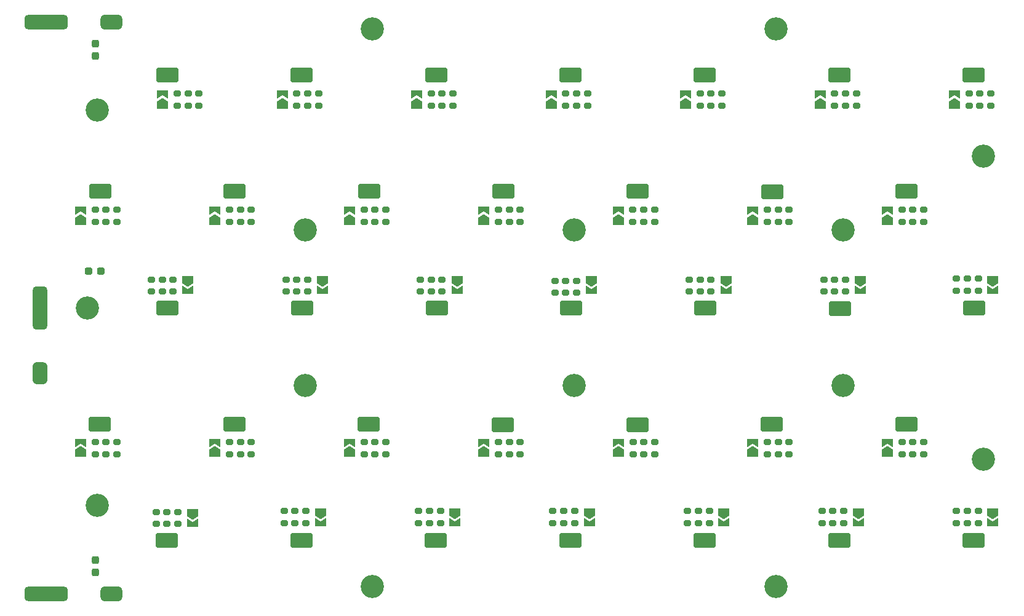
<source format=gbr>
%TF.GenerationSoftware,KiCad,Pcbnew,8.0.0*%
%TF.CreationDate,2025-01-10T11:52:10+00:00*%
%TF.ProjectId,vape_powerbank_pcb,76617065-5f70-46f7-9765-7262616e6b5f,rev?*%
%TF.SameCoordinates,Original*%
%TF.FileFunction,Soldermask,Top*%
%TF.FilePolarity,Negative*%
%FSLAX46Y46*%
G04 Gerber Fmt 4.6, Leading zero omitted, Abs format (unit mm)*
G04 Created by KiCad (PCBNEW 8.0.0) date 2025-01-10 11:52:10*
%MOMM*%
%LPD*%
G01*
G04 APERTURE LIST*
G04 Aperture macros list*
%AMRoundRect*
0 Rectangle with rounded corners*
0 $1 Rounding radius*
0 $2 $3 $4 $5 $6 $7 $8 $9 X,Y pos of 4 corners*
0 Add a 4 corners polygon primitive as box body*
4,1,4,$2,$3,$4,$5,$6,$7,$8,$9,$2,$3,0*
0 Add four circle primitives for the rounded corners*
1,1,$1+$1,$2,$3*
1,1,$1+$1,$4,$5*
1,1,$1+$1,$6,$7*
1,1,$1+$1,$8,$9*
0 Add four rect primitives between the rounded corners*
20,1,$1+$1,$2,$3,$4,$5,0*
20,1,$1+$1,$4,$5,$6,$7,0*
20,1,$1+$1,$6,$7,$8,$9,0*
20,1,$1+$1,$8,$9,$2,$3,0*%
%AMFreePoly0*
4,1,6,1.000000,0.000000,0.500000,-0.750000,-0.500000,-0.750000,-0.500000,0.750000,0.500000,0.750000,1.000000,0.000000,1.000000,0.000000,$1*%
%AMFreePoly1*
4,1,6,0.500000,-0.750000,-0.650000,-0.750000,-0.150000,0.000000,-0.650000,0.750000,0.500000,0.750000,0.500000,-0.750000,0.500000,-0.750000,$1*%
G04 Aperture macros list end*
%ADD10RoundRect,0.200000X-0.275000X0.200000X-0.275000X-0.200000X0.275000X-0.200000X0.275000X0.200000X0*%
%ADD11RoundRect,0.200000X-1.300000X-0.800000X1.300000X-0.800000X1.300000X0.800000X-1.300000X0.800000X0*%
%ADD12FreePoly0,270.000000*%
%ADD13FreePoly1,270.000000*%
%ADD14FreePoly0,90.000000*%
%ADD15FreePoly1,90.000000*%
%ADD16RoundRect,0.237500X0.237500X-0.287500X0.237500X0.287500X-0.237500X0.287500X-0.237500X-0.287500X0*%
%ADD17C,3.200000*%
%ADD18RoundRect,0.499999X-2.500001X0.499998X-2.500001X-0.499998X2.500001X-0.499998X2.500001X0.499998X0*%
%ADD19RoundRect,0.499999X-1.000001X0.499998X-1.000001X-0.499998X1.000001X-0.499998X1.000001X0.499998X0*%
%ADD20RoundRect,0.499999X0.499998X2.500001X-0.499998X2.500001X-0.499998X-2.500001X0.499998X-2.500001X0*%
%ADD21RoundRect,0.499999X0.499998X1.000001X-0.499998X1.000001X-0.499998X-1.000001X0.499998X-1.000001X0*%
%ADD22RoundRect,0.237500X-0.237500X0.287500X-0.237500X-0.287500X0.237500X-0.287500X0.237500X0.287500X0*%
%ADD23RoundRect,0.237500X-0.287500X-0.237500X0.287500X-0.237500X0.287500X0.237500X-0.287500X0.237500X0*%
G04 APERTURE END LIST*
D10*
%TO.C,R2*%
X24800000Y-24675000D03*
X24800000Y-26325000D03*
%TD*%
%TO.C,R97*%
X96500000Y-82175000D03*
X96500000Y-83825000D03*
%TD*%
%TO.C,R100*%
X115000000Y-82175000D03*
X115000000Y-83825000D03*
%TD*%
%TO.C,R85*%
X23400000Y-82275000D03*
X23400000Y-83925000D03*
%TD*%
%TO.C,R55*%
X96750000Y-50275000D03*
X96750000Y-51925000D03*
%TD*%
D11*
%TO.C,SPRING34*%
X114372496Y-86203427D03*
%TD*%
%TO.C,SPRING31*%
X58872486Y-86203417D03*
%TD*%
D10*
%TO.C,R48*%
X38250000Y-50275000D03*
X38250000Y-51925000D03*
%TD*%
D12*
%TO.C,JP19*%
X98800000Y-50275000D03*
D13*
X98800000Y-51725000D03*
%TD*%
D14*
%TO.C,JP26*%
X84000000Y-74225000D03*
D15*
X84000000Y-72775000D03*
%TD*%
D10*
%TO.C,R78*%
X86000000Y-72675000D03*
X86000000Y-74325000D03*
%TD*%
%TO.C,R50*%
X58250000Y-50275000D03*
X58250000Y-51925000D03*
%TD*%
%TO.C,R66*%
X12000000Y-72675000D03*
X12000000Y-74325000D03*
%TD*%
%TO.C,R69*%
X30490000Y-72675000D03*
X30490000Y-74325000D03*
%TD*%
%TO.C,R34*%
X89000000Y-40675000D03*
X89000000Y-42325000D03*
%TD*%
%TO.C,R12*%
X76750000Y-24675000D03*
X76750000Y-26325000D03*
%TD*%
%TO.C,R56*%
X95250000Y-50275000D03*
X95250000Y-51925000D03*
%TD*%
%TO.C,R16*%
X116750000Y-24675000D03*
X116750000Y-26325000D03*
%TD*%
D11*
%TO.C,SPRING33*%
X95872486Y-86203417D03*
%TD*%
D12*
%TO.C,JP16*%
X43300000Y-50275000D03*
D13*
X43300000Y-51725000D03*
%TD*%
D10*
%TO.C,R33*%
X67500000Y-40675000D03*
X67500000Y-42325000D03*
%TD*%
%TO.C,R51*%
X56750000Y-50275000D03*
X56750000Y-51925000D03*
%TD*%
D16*
%TO.C,F3*%
X12000000Y-90625000D03*
X12000000Y-88875000D03*
%TD*%
D11*
%TO.C,SPRING21*%
X132908222Y-54194903D03*
%TD*%
D10*
%TO.C,R1*%
X26300000Y-24675000D03*
X26300000Y-26325000D03*
%TD*%
D17*
%TO.C,REF\u002A\u002A*%
X50164338Y-92549144D03*
%TD*%
D11*
%TO.C,SPRING18*%
X77450030Y-54200020D03*
%TD*%
D17*
%TO.C,REF\u002A\u002A*%
X134238592Y-33298585D03*
%TD*%
D11*
%TO.C,SPRING6*%
X114400000Y-22100000D03*
%TD*%
D10*
%TO.C,R31*%
X70500000Y-40675000D03*
X70500000Y-42325000D03*
%TD*%
D17*
%TO.C,REF\u002A\u002A*%
X12256502Y-81362920D03*
%TD*%
D11*
%TO.C,SPRING13*%
X105159387Y-38237195D03*
%TD*%
D10*
%TO.C,R58*%
X115250000Y-50275000D03*
X115250000Y-51925000D03*
%TD*%
%TO.C,R75*%
X67500000Y-72675000D03*
X67500000Y-74325000D03*
%TD*%
%TO.C,R95*%
X76500000Y-82175000D03*
X76500000Y-83825000D03*
%TD*%
D14*
%TO.C,JP11*%
X65500000Y-42225000D03*
D15*
X65500000Y-40775000D03*
%TD*%
D10*
%TO.C,R80*%
X106000000Y-72675000D03*
X106000000Y-74325000D03*
%TD*%
%TO.C,R17*%
X115250000Y-24675000D03*
X115250000Y-26325000D03*
%TD*%
%TO.C,R57*%
X93750000Y-50275000D03*
X93750000Y-51925000D03*
%TD*%
%TO.C,R76*%
X89000000Y-72675000D03*
X89000000Y-74325000D03*
%TD*%
D14*
%TO.C,JP10*%
X47000000Y-42225000D03*
D15*
X47000000Y-40775000D03*
%TD*%
D14*
%TO.C,JP7*%
X130250000Y-26225000D03*
D15*
X130250000Y-24775000D03*
%TD*%
D10*
%TO.C,R47*%
X39750000Y-50275000D03*
X39750000Y-51925000D03*
%TD*%
D11*
%TO.C,SPRING28*%
X123647500Y-70189537D03*
%TD*%
D10*
%TO.C,R88*%
X41000000Y-82175000D03*
X41000000Y-83825000D03*
%TD*%
%TO.C,R30*%
X49000000Y-40675000D03*
X49000000Y-42325000D03*
%TD*%
D14*
%TO.C,JP1*%
X21300000Y-26225000D03*
D15*
X21300000Y-24775000D03*
%TD*%
D18*
%TO.C,J1*%
X5275000Y-14800000D03*
D19*
X14275000Y-14800000D03*
%TD*%
D17*
%TO.C,REF\u002A\u002A*%
X114914338Y-64846616D03*
%TD*%
D10*
%TO.C,R44*%
X21250000Y-50275000D03*
X21250000Y-51925000D03*
%TD*%
%TO.C,R23*%
X13500000Y-40675000D03*
X13500000Y-42325000D03*
%TD*%
%TO.C,R3*%
X23300000Y-24675000D03*
X23300000Y-26325000D03*
%TD*%
%TO.C,R32*%
X69000000Y-40675000D03*
X69000000Y-42325000D03*
%TD*%
%TO.C,R25*%
X33500000Y-40675000D03*
X33500000Y-42325000D03*
%TD*%
%TO.C,R72*%
X49000000Y-72675000D03*
X49000000Y-74325000D03*
%TD*%
D17*
%TO.C,REF\u002A\u002A*%
X105664338Y-92549144D03*
%TD*%
D12*
%TO.C,JP17*%
X61800000Y-50275000D03*
D13*
X61800000Y-51725000D03*
%TD*%
D10*
%TO.C,R102*%
X112000000Y-82175000D03*
X112000000Y-83825000D03*
%TD*%
D11*
%TO.C,SPRING17*%
X58991888Y-54205166D03*
%TD*%
D10*
%TO.C,R63*%
X130500000Y-50175000D03*
X130500000Y-51825000D03*
%TD*%
D11*
%TO.C,SPRING12*%
X86660652Y-38136591D03*
%TD*%
%TO.C,SPRING11*%
X68202510Y-38141737D03*
%TD*%
%TO.C,SPRING7*%
X132872500Y-22117600D03*
%TD*%
D10*
%TO.C,R81*%
X104500000Y-72675000D03*
X104500000Y-74325000D03*
%TD*%
%TO.C,R6*%
X39750000Y-24675000D03*
X39750000Y-26325000D03*
%TD*%
%TO.C,R90*%
X38000000Y-82175000D03*
X38000000Y-83825000D03*
%TD*%
%TO.C,R26*%
X32000000Y-40675000D03*
X32000000Y-42325000D03*
%TD*%
%TO.C,R89*%
X39500000Y-82175000D03*
X39500000Y-83825000D03*
%TD*%
%TO.C,R52*%
X78250000Y-50475000D03*
X78250000Y-52125000D03*
%TD*%
%TO.C,R87*%
X20400000Y-82275000D03*
X20400000Y-83925000D03*
%TD*%
D12*
%TO.C,JP30*%
X43000000Y-82275000D03*
D13*
X43000000Y-83725000D03*
%TD*%
D11*
%TO.C,SPRING2*%
X40400000Y-22122696D03*
%TD*%
D10*
%TO.C,R71*%
X50500000Y-72675000D03*
X50500000Y-74325000D03*
%TD*%
D14*
%TO.C,JP23*%
X28500000Y-74225000D03*
D15*
X28500000Y-72775000D03*
%TD*%
D14*
%TO.C,JP14*%
X121000000Y-42225000D03*
D15*
X121000000Y-40775000D03*
%TD*%
D14*
%TO.C,JP9*%
X28500000Y-42225000D03*
D15*
X28500000Y-40775000D03*
%TD*%
D20*
%TO.C,J2*%
X4400000Y-54175000D03*
D21*
X4400000Y-63175000D03*
%TD*%
D14*
%TO.C,JP4*%
X74750000Y-26225000D03*
D15*
X74750000Y-24775000D03*
%TD*%
D10*
%TO.C,R36*%
X85990000Y-40675000D03*
X85990000Y-42325000D03*
%TD*%
%TO.C,R9*%
X58250000Y-24675000D03*
X58250000Y-26325000D03*
%TD*%
%TO.C,R5*%
X41250000Y-24675000D03*
X41250000Y-26325000D03*
%TD*%
%TO.C,R39*%
X104500000Y-40675000D03*
X104500000Y-42325000D03*
%TD*%
%TO.C,R83*%
X124500000Y-72675000D03*
X124500000Y-74325000D03*
%TD*%
%TO.C,R67*%
X33500000Y-72675000D03*
X33500000Y-74325000D03*
%TD*%
D11*
%TO.C,SPRING27*%
X105105662Y-70184430D03*
%TD*%
D10*
%TO.C,R14*%
X96750000Y-24675000D03*
X96750000Y-26325000D03*
%TD*%
%TO.C,R37*%
X107500000Y-40675000D03*
X107500000Y-42325000D03*
%TD*%
D14*
%TO.C,JP2*%
X37750000Y-26225000D03*
D15*
X37750000Y-24775000D03*
%TD*%
D10*
%TO.C,R46*%
X41250000Y-50275000D03*
X41250000Y-51925000D03*
%TD*%
D14*
%TO.C,JP25*%
X65500000Y-74225000D03*
D15*
X65500000Y-72775000D03*
%TD*%
D17*
%TO.C,REF\u002A\u002A*%
X40872505Y-64841489D03*
%TD*%
D12*
%TO.C,JP34*%
X117000000Y-82275000D03*
D13*
X117000000Y-83725000D03*
%TD*%
D17*
%TO.C,REF\u002A\u002A*%
X77900000Y-64900000D03*
%TD*%
D10*
%TO.C,R74*%
X69000000Y-72675000D03*
X69000000Y-74325000D03*
%TD*%
%TO.C,R22*%
X15000000Y-40675000D03*
X15000000Y-42325000D03*
%TD*%
%TO.C,R73*%
X70500000Y-72675000D03*
X70500000Y-74325000D03*
%TD*%
%TO.C,R77*%
X87500000Y-72675000D03*
X87500000Y-74325000D03*
%TD*%
%TO.C,R79*%
X107500000Y-72675000D03*
X107500000Y-74325000D03*
%TD*%
%TO.C,R70*%
X52000000Y-72675000D03*
X52000000Y-74325000D03*
%TD*%
D12*
%TO.C,JP21*%
X135500000Y-50275000D03*
D13*
X135500000Y-51725000D03*
%TD*%
D12*
%TO.C,JP29*%
X25400000Y-82375000D03*
D13*
X25400000Y-83825000D03*
%TD*%
D18*
%TO.C,J3*%
X5275000Y-93600000D03*
D19*
X14275000Y-93600000D03*
%TD*%
D10*
%TO.C,R98*%
X95000000Y-82175000D03*
X95000000Y-83825000D03*
%TD*%
%TO.C,R40*%
X126000000Y-40675000D03*
X126000000Y-42325000D03*
%TD*%
%TO.C,R94*%
X78000000Y-82175000D03*
X78000000Y-83825000D03*
%TD*%
D11*
%TO.C,SPRING29*%
X21872490Y-86203430D03*
%TD*%
D10*
%TO.C,R59*%
X113750000Y-50275000D03*
X113750000Y-51925000D03*
%TD*%
D17*
%TO.C,REF\u002A\u002A*%
X77914338Y-43452847D03*
%TD*%
D22*
%TO.C,F1*%
X12025000Y-17775000D03*
X12025000Y-19525000D03*
%TD*%
D10*
%TO.C,R68*%
X32000000Y-72675000D03*
X32000000Y-74325000D03*
%TD*%
D14*
%TO.C,JP28*%
X121000000Y-74225000D03*
D15*
X121000000Y-72775000D03*
%TD*%
D10*
%TO.C,R35*%
X87500000Y-40675000D03*
X87500000Y-42325000D03*
%TD*%
D11*
%TO.C,SPRING24*%
X49605632Y-70184410D03*
%TD*%
D10*
%TO.C,R53*%
X76750000Y-50475000D03*
X76750000Y-52125000D03*
%TD*%
%TO.C,R105*%
X130490000Y-82175000D03*
X130490000Y-83825000D03*
%TD*%
%TO.C,R18*%
X113750000Y-24675000D03*
X113750000Y-26325000D03*
%TD*%
%TO.C,R15*%
X95250000Y-24675000D03*
X95250000Y-26325000D03*
%TD*%
%TO.C,R38*%
X106000000Y-40675000D03*
X106000000Y-42325000D03*
%TD*%
D12*
%TO.C,JP33*%
X98500000Y-82275000D03*
D13*
X98500000Y-83725000D03*
%TD*%
D10*
%TO.C,R7*%
X61250000Y-24675000D03*
X61250000Y-26325000D03*
%TD*%
%TO.C,R92*%
X58000000Y-82175000D03*
X58000000Y-83825000D03*
%TD*%
D12*
%TO.C,JP31*%
X61500000Y-82275000D03*
D13*
X61500000Y-83725000D03*
%TD*%
D10*
%TO.C,R24*%
X12000000Y-40675000D03*
X12000000Y-42325000D03*
%TD*%
D14*
%TO.C,JP8*%
X10000000Y-42225000D03*
D15*
X10000000Y-40775000D03*
%TD*%
D17*
%TO.C,REF\u002A\u002A*%
X50164338Y-15782128D03*
%TD*%
D11*
%TO.C,SPRING8*%
X12700000Y-38144167D03*
%TD*%
%TO.C,SPRING15*%
X21950000Y-54200000D03*
%TD*%
D10*
%TO.C,R62*%
X132000000Y-50175000D03*
X132000000Y-51825000D03*
%TD*%
%TO.C,R93*%
X56500000Y-82175000D03*
X56500000Y-83825000D03*
%TD*%
D12*
%TO.C,JP35*%
X135500000Y-82275000D03*
D13*
X135500000Y-83725000D03*
%TD*%
D10*
%TO.C,R41*%
X124500000Y-40675000D03*
X124500000Y-42325000D03*
%TD*%
D11*
%TO.C,SPRING1*%
X21914338Y-22122696D03*
%TD*%
D10*
%TO.C,R60*%
X112250000Y-50275000D03*
X112250000Y-51925000D03*
%TD*%
%TO.C,R20*%
X133750000Y-24675000D03*
X133750000Y-26325000D03*
%TD*%
%TO.C,R4*%
X42750000Y-24675000D03*
X42750000Y-26325000D03*
%TD*%
%TO.C,R61*%
X133500000Y-50175000D03*
X133500000Y-51825000D03*
%TD*%
D14*
%TO.C,JP24*%
X47000000Y-74225000D03*
D15*
X47000000Y-72775000D03*
%TD*%
D14*
%TO.C,JP27*%
X102500000Y-74225000D03*
D15*
X102500000Y-72775000D03*
%TD*%
D10*
%TO.C,R29*%
X50500000Y-40675000D03*
X50500000Y-42325000D03*
%TD*%
%TO.C,R65*%
X13500000Y-72675000D03*
X13500000Y-74325000D03*
%TD*%
D17*
%TO.C,REF\u002A\u002A*%
X134238594Y-75022433D03*
%TD*%
D10*
%TO.C,R10*%
X79750000Y-24675000D03*
X79750000Y-26325000D03*
%TD*%
%TO.C,R84*%
X123000000Y-72675000D03*
X123000000Y-74325000D03*
%TD*%
D17*
%TO.C,REF\u002A\u002A*%
X12256412Y-26958020D03*
%TD*%
D14*
%TO.C,JP12*%
X84000000Y-42225000D03*
D15*
X84000000Y-40775000D03*
%TD*%
D10*
%TO.C,R103*%
X133500000Y-82175000D03*
X133500000Y-83825000D03*
%TD*%
D14*
%TO.C,JP13*%
X102500000Y-42225000D03*
D15*
X102500000Y-40775000D03*
%TD*%
D11*
%TO.C,SPRING4*%
X77400000Y-22117550D03*
%TD*%
D10*
%TO.C,R99*%
X93500000Y-82175000D03*
X93500000Y-83825000D03*
%TD*%
%TO.C,R27*%
X30500000Y-40675000D03*
X30500000Y-42325000D03*
%TD*%
%TO.C,R49*%
X59750000Y-50275000D03*
X59750000Y-51925000D03*
%TD*%
D17*
%TO.C,REF\u002A\u002A*%
X114914338Y-43484656D03*
%TD*%
D10*
%TO.C,R101*%
X113500000Y-82175000D03*
X113500000Y-83825000D03*
%TD*%
%TO.C,R11*%
X78260000Y-24675000D03*
X78260000Y-26325000D03*
%TD*%
D17*
%TO.C,REF\u002A\u002A*%
X40872505Y-43479529D03*
%TD*%
D11*
%TO.C,SPRING35*%
X132872486Y-86203427D03*
%TD*%
%TO.C,SPRING14*%
X123635663Y-38150000D03*
%TD*%
D17*
%TO.C,REF\u002A\u002A*%
X10932505Y-54160509D03*
%TD*%
D10*
%TO.C,R42*%
X123000000Y-40675000D03*
X123000000Y-42325000D03*
%TD*%
D11*
%TO.C,SPRING22*%
X12650000Y-70187126D03*
%TD*%
%TO.C,SPRING19*%
X95952540Y-54197590D03*
%TD*%
%TO.C,SPRING25*%
X68104367Y-70285014D03*
%TD*%
D12*
%TO.C,JP20*%
X117300000Y-50275000D03*
D13*
X117300000Y-51725000D03*
%TD*%
D10*
%TO.C,R54*%
X75250000Y-50475000D03*
X75250000Y-52125000D03*
%TD*%
D11*
%TO.C,SPRING5*%
X95900000Y-22100000D03*
%TD*%
%TO.C,SPRING3*%
X58914338Y-22122696D03*
%TD*%
D10*
%TO.C,R21*%
X132250000Y-24675000D03*
X132250000Y-26325000D03*
%TD*%
%TO.C,R13*%
X98250000Y-24675000D03*
X98250000Y-26325000D03*
%TD*%
%TO.C,R45*%
X19750000Y-50275000D03*
X19750000Y-51925000D03*
%TD*%
D11*
%TO.C,SPRING32*%
X77372486Y-86203417D03*
%TD*%
D12*
%TO.C,JP32*%
X80000000Y-82275000D03*
D13*
X80000000Y-83725000D03*
%TD*%
D23*
%TO.C,F2*%
X11075000Y-49100000D03*
X12825000Y-49100000D03*
%TD*%
D11*
%TO.C,SPRING20*%
X114451275Y-54298194D03*
%TD*%
D10*
%TO.C,R82*%
X126000000Y-72675000D03*
X126000000Y-74325000D03*
%TD*%
%TO.C,R28*%
X52000000Y-40675000D03*
X52000000Y-42325000D03*
%TD*%
D11*
%TO.C,SPRING23*%
X31147490Y-70189556D03*
%TD*%
D10*
%TO.C,R43*%
X22750000Y-50275000D03*
X22750000Y-51925000D03*
%TD*%
%TO.C,R19*%
X135250000Y-24675000D03*
X135250000Y-26325000D03*
%TD*%
%TO.C,R91*%
X59500000Y-82175000D03*
X59500000Y-83825000D03*
%TD*%
D12*
%TO.C,JP15*%
X24750000Y-50275000D03*
D13*
X24750000Y-51725000D03*
%TD*%
D14*
%TO.C,JP3*%
X56250000Y-26225000D03*
D15*
X56250000Y-24775000D03*
%TD*%
D10*
%TO.C,R8*%
X59750000Y-24675000D03*
X59750000Y-26325000D03*
%TD*%
%TO.C,R86*%
X21900000Y-82275000D03*
X21900000Y-83925000D03*
%TD*%
D14*
%TO.C,JP6*%
X111750000Y-26225000D03*
D15*
X111750000Y-24775000D03*
%TD*%
D11*
%TO.C,SPRING30*%
X40374996Y-86200987D03*
%TD*%
%TO.C,SPRING9*%
X31202510Y-38141737D03*
%TD*%
D17*
%TO.C,REF\u002A\u002A*%
X105664338Y-15782126D03*
%TD*%
D14*
%TO.C,JP5*%
X93250000Y-26225000D03*
D15*
X93250000Y-24775000D03*
%TD*%
D11*
%TO.C,SPRING16*%
X40494398Y-54202736D03*
%TD*%
D10*
%TO.C,R96*%
X74990000Y-82175000D03*
X74990000Y-83825000D03*
%TD*%
D11*
%TO.C,SPRING26*%
X86606877Y-70282584D03*
%TD*%
D10*
%TO.C,R104*%
X132000000Y-82175000D03*
X132000000Y-83825000D03*
%TD*%
D14*
%TO.C,JP22*%
X10000000Y-74225000D03*
D15*
X10000000Y-72775000D03*
%TD*%
D12*
%TO.C,JP18*%
X80300000Y-50275000D03*
D13*
X80300000Y-51725000D03*
%TD*%
D11*
%TO.C,SPRING10*%
X49700000Y-38144167D03*
%TD*%
D10*
%TO.C,R64*%
X15000000Y-72675000D03*
X15000000Y-74325000D03*
%TD*%
M02*

</source>
